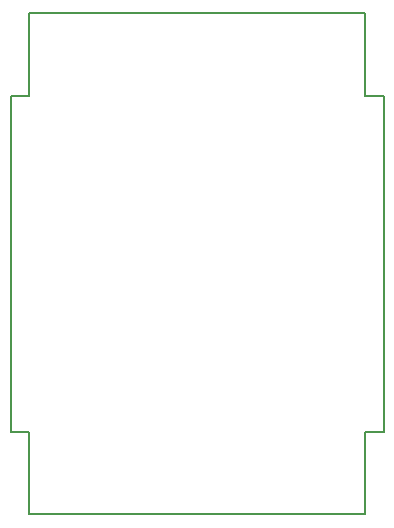
<source format=gbr>
%TF.GenerationSoftware,KiCad,Pcbnew,(5.1.8)-1*%
%TF.CreationDate,2021-12-10T09:13:37+01:00*%
%TF.ProjectId,FirePlaceRoof,46697265-506c-4616-9365-526f6f662e6b,rev?*%
%TF.SameCoordinates,Original*%
%TF.FileFunction,Profile,NP*%
%FSLAX46Y46*%
G04 Gerber Fmt 4.6, Leading zero omitted, Abs format (unit mm)*
G04 Created by KiCad (PCBNEW (5.1.8)-1) date 2021-12-10 09:13:37*
%MOMM*%
%LPD*%
G01*
G04 APERTURE LIST*
%TA.AperFunction,Profile*%
%ADD10C,0.200000*%
%TD*%
G04 APERTURE END LIST*
D10*
X85177410Y-28522329D02*
X85177410Y-21522329D01*
X86777410Y-56952329D02*
X86777410Y-28522329D01*
X56777410Y-63952329D02*
X85177410Y-63952329D01*
X55177410Y-56952329D02*
X56777410Y-56952329D01*
X86777410Y-28522329D02*
X85177410Y-28522329D01*
X85177410Y-63952329D02*
X85177410Y-56952329D01*
X85177410Y-21522329D02*
X56777410Y-21522329D01*
X55177410Y-28522329D02*
X56777410Y-28522329D01*
X56777410Y-56952329D02*
X56777410Y-63952329D01*
X86777410Y-56952329D02*
X85177410Y-56952329D01*
X56777410Y-28522329D02*
X56777410Y-21522329D01*
X55177410Y-56952329D02*
X55177410Y-28522329D01*
M02*

</source>
